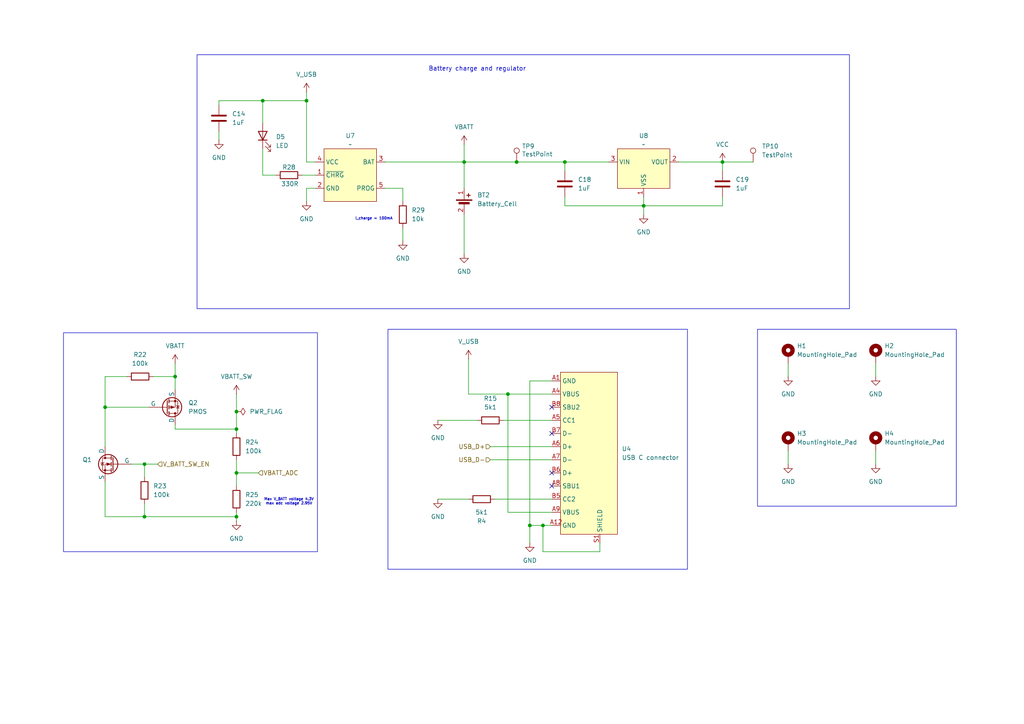
<source format=kicad_sch>
(kicad_sch (version 20231120) (generator "eeschema") (generator_version "8.0")
  (paper "A4")
  (lib_symbols
    (symbol "Connector:TestPoint" (pin_numbers hide) (pin_names (offset 0.762) hide)
      (property "Reference" "TP" (at 0 6.858 0))
      (property "Value" "TestPoint" (at 0 5.08 0))
      (symbol "TestPoint_0_1"
        (circle (center 0 3.302) (radius 0.762))
      )
      (symbol "TestPoint_1_1"
        (pin passive line (at 0 0 90) (length 2.54) (name "1") (number "1"))
      )
    )
    (symbol "Device:Battery_Cell" (pin_names (offset 0) hide)
      (property "Reference" "BT1" (at 3.81 3.1116 0))
      (property "Value" "Battery_Cell" (at 3.81 0.5716 0))
      (symbol "Battery_Cell_0_1"
        (rectangle (start -2.286 1.778) (end 2.286 1.524) (fill (type outline)))
        (rectangle (start -1.524 1.016) (end 1.524 0.508) (fill (type outline)))
        (polyline (pts (xy 0 0.762) (xy 0 0)))
        (polyline (pts (xy 0 1.778) (xy 0 2.54)))
        (polyline (pts (xy 0.762 3.048) (xy 1.778 3.048)) (stroke (width 0.254)))
        (polyline (pts (xy 1.27 3.556) (xy 1.27 2.54)) (stroke (width 0.254)))
      )
      (symbol "Battery_Cell_1_1"
        (pin passive line (at 0 5.08 270) (length 2.54) (name "+") (number "1"))
        (pin passive line (at 0 -2.54 90) (length 2.54) (name "-") (number "2"))
      )
    )
    (symbol "Device:C" (pin_numbers hide) (pin_names (offset 0.254))
      (property "Reference" "C" (at 0.635 2.54 0))
      (property "Value" "C" (at 0.635 -2.54 0))
      (symbol "C_0_1"
        (polyline (pts (xy -2.032 -0.762) (xy 2.032 -0.762)) (stroke (width 0.508)))
        (polyline (pts (xy -2.032 0.762) (xy 2.032 0.762)) (stroke (width 0.508)))
      )
      (symbol "C_1_1"
        (pin passive line (at 0 3.81 270) (length 2.794) (name "~") (number "1"))
        (pin passive line (at 0 -3.81 90) (length 2.794) (name "~") (number "2"))
      )
    )
    (symbol "Device:LED" (pin_numbers hide) (pin_names (offset 1.016) hide)
      (property "Reference" "D" (at 0 2.54 0))
      (property "Value" "LED" (at 0 -2.54 0))
      (symbol "LED_0_1"
        (polyline (pts (xy -1.27 -1.27) (xy -1.27 1.27)) (stroke (width 0.254)))
        (polyline (pts (xy -1.27 0) (xy 1.27 0)))
        (polyline (pts (xy 1.27 -1.27) (xy 1.27 1.27) (xy -1.27 0) (xy 1.27 -1.27)) (stroke (width 0.254)))
        (polyline (pts (xy -3.048 -0.762) (xy -4.572 -2.286) (xy -3.81 -2.286) (xy -4.572 -2.286) (xy -4.572 -1.524)))
        (polyline (pts (xy -1.778 -0.762) (xy -3.302 -2.286) (xy -2.54 -2.286) (xy -3.302 -2.286) (xy -3.302 -1.524)))
      )
      (symbol "LED_1_1"
        (pin passive line (at -3.81 0 0) (length 2.54) (name "K") (number "1"))
        (pin passive line (at 3.81 0 180) (length 2.54) (name "A") (number "2"))
      )
    )
    (symbol "Device:R" (pin_numbers hide) (pin_names (offset 0))
      (property "Reference" "R" (at 2.032 0 90))
      (property "Value" "R" (at 0 0 90))
      (symbol "R_0_1"
        (rectangle (start -1.016 -2.54) (end 1.016 2.54) (stroke (width 0.254)))
      )
      (symbol "R_1_1"
        (pin passive line (at 0 3.81 270) (length 1.27) (name "~") (number "1"))
        (pin passive line (at 0 -3.81 90) (length 1.27) (name "~") (number "2"))
      )
    )
    (symbol "Mechanical:MountingHole_Pad" (pin_numbers hide) (pin_names (offset 1.016) hide) (exclude_from_sim yes) (in_bom no)
      (property "Reference" "H" (at 0 6.35 0))
      (property "Value" "MountingHole_Pad" (at 0 4.445 0))
      (symbol "MountingHole_Pad_0_1"
        (circle (center 0 1.27) (radius 1.27) (stroke (width 1.27)))
      )
      (symbol "MountingHole_Pad_1_1"
        (pin input line (at 0 -2.54 90) (length 2.54) (name "1") (number "1"))
      )
    )
    (symbol "New_Library:TP4054"
      (property "Reference" "U" (at 0.508 4.064 0))
      (symbol "TP4054_1_1"
        (rectangle (start -3.81 -1.27) (end 11.43 -16.51) (fill (type background)))
        (pin input line (at -6.35 -8.89 0) (length 2.54) (name "~{CHRG}") (number "1"))
        (pin power_in line (at -6.35 -12.7 0) (length 2.54) (name "GND") (number "2"))
        (pin power_out line (at 13.97 -5.08 180) (length 2.54) (name "BAT") (number "3"))
        (pin power_in line (at -6.35 -5.08 0) (length 2.54) (name "VCC") (number "4"))
        (pin input line (at 13.97 -12.7 180) (length 2.54) (name "PROG") (number "5"))
      )
    )
    (symbol "New_Library:USB_C"
      (property "Reference" "U" (at 0 8.89 0))
      (property "Value" "USB C connector" (at 0 0 0))
      (symbol "USB_C_1_1"
        (rectangle (start -5.08 7.62) (end 11.43 -39.37) (fill (type background)))
        (pin power_out line (at -7.62 5.08 0) (length 2.54) (name "GND") (number "A1"))
        (pin power_in line (at -7.62 -36.83 0) (length 2.54) (name "GND") (number "A12"))
        (pin power_out line (at -7.62 1.27 0) (length 2.54) (name "VBUS") (number "A4"))
        (pin input line (at -7.62 -6.35 0) (length 2.54) (name "CC1") (number "A5"))
        (pin input line (at -7.62 -13.97 0) (length 2.54) (name "D+") (number "A6"))
        (pin input line (at -7.62 -17.78 0) (length 2.54) (name "D-") (number "A7"))
        (pin input line (at -7.62 -25.4 0) (length 2.54) (name "SBU1") (number "A8"))
        (pin power_in line (at -7.62 -33.02 0) (length 2.54) (name "VBUS") (number "A9"))
        (pin input line (at -7.62 -29.21 0) (length 2.54) (name "CC2") (number "B5"))
        (pin input line (at -7.62 -21.59 0) (length 2.54) (name "D+") (number "B6"))
        (pin input line (at -7.62 -10.16 0) (length 2.54) (name "D-") (number "B7"))
        (pin input line (at -7.62 -2.54 0) (length 2.54) (name "SBU2") (number "B8"))
        (pin input line (at 6.35 -41.91 90) (length 2.54) (name "SHIELD") (number "S1"))
      )
    )
    (symbol "New_Library:XC6206P332MR-G"
      (property "Reference" "U" (at -3.81 6.35 0))
      (symbol "XC6206P332MR-G_1_1"
        (rectangle (start -7.62 5.08) (end 7.62 -6.35) (fill (type background)))
        (pin power_in line (at 0 -8.89 90) (length 2.54) (name "VSS") (number "1"))
        (pin power_out line (at 10.16 1.27 180) (length 2.54) (name "VOUT") (number "2"))
        (pin power_in line (at -10.16 1.27 0) (length 2.54) (name "VIN") (number "3"))
      )
    )
    (symbol "Simulation_SPICE:NMOS" (pin_numbers hide) (pin_names (offset 0))
      (property "Reference" "Q1" (at 6.35 1.2701 0))
      (symbol "NMOS_0_1"
        (polyline (pts (xy 0.254 0) (xy -2.54 0)))
        (polyline (pts (xy 0.254 1.905) (xy 0.254 -1.905)) (stroke (width 0.254)))
        (polyline (pts (xy 0.762 -1.27) (xy 0.762 -2.286)) (stroke (width 0.254)))
        (polyline (pts (xy 0.762 0.508) (xy 0.762 -0.508)) (stroke (width 0.254)))
        (polyline (pts (xy 0.762 2.286) (xy 0.762 1.27)) (stroke (width 0.254)))
        (polyline (pts (xy 2.54 2.54) (xy 2.54 1.778)))
        (polyline (pts (xy 2.54 -2.54) (xy 2.54 0) (xy 0.762 0)))
        (polyline (pts (xy 0.762 -1.778) (xy 3.302 -1.778) (xy 3.302 1.778) (xy 0.762 1.778)))
        (polyline (pts (xy 1.016 0) (xy 2.032 0.381) (xy 2.032 -0.381) (xy 1.016 0)) (fill (type outline)))
        (polyline (pts (xy 2.794 0.508) (xy 2.921 0.381) (xy 3.683 0.381) (xy 3.81 0.254)))
        (polyline (pts (xy 3.302 0.381) (xy 2.921 -0.254) (xy 3.683 -0.254) (xy 3.302 0.381)))
        (circle (center 1.651 0) (radius 2.794) (stroke (width 0.254)))
        (circle (center 2.54 -1.778) (radius 0.254) (fill (type outline)))
        (circle (center 2.54 1.778) (radius 0.254) (fill (type outline)))
      )
      (symbol "NMOS_1_1"
        (pin input line (at -5.08 0 0) (length 2.54) (name "G") (number "1"))
        (pin passive line (at 2.54 -5.08 90) (length 2.54) (name "S") (number "2"))
        (pin passive line (at 2.54 5.08 270) (length 2.54) (name "D") (number "3"))
      )
    )
    (symbol "Simulation_SPICE:PMOS" (pin_numbers hide) (pin_names (offset 0))
      (property "Reference" "Q2" (at 6.35 -1.2701 0))
      (property "Value" "PMOS" (at 6.35 1.2699 0))
      (symbol "PMOS_0_1"
        (polyline (pts (xy 0.254 0) (xy -2.54 0)))
        (polyline (pts (xy 0.254 1.905) (xy 0.254 -1.905)) (stroke (width 0.254)))
        (polyline (pts (xy 0.762 -1.27) (xy 0.762 -2.286)) (stroke (width 0.254)))
        (polyline (pts (xy 0.762 0.508) (xy 0.762 -0.508)) (stroke (width 0.254)))
        (polyline (pts (xy 0.762 2.286) (xy 0.762 1.27)) (stroke (width 0.254)))
        (polyline (pts (xy 2.54 2.54) (xy 2.54 1.778)))
        (polyline (pts (xy 2.54 -2.54) (xy 2.54 0) (xy 0.762 0)))
        (polyline (pts (xy 0.762 1.778) (xy 3.302 1.778) (xy 3.302 -1.778) (xy 0.762 -1.778)))
        (polyline (pts (xy 2.286 0) (xy 1.27 0.381) (xy 1.27 -0.381) (xy 2.286 0)) (fill (type outline)))
        (polyline (pts (xy 2.794 -0.508) (xy 2.921 -0.381) (xy 3.683 -0.381) (xy 3.81 -0.254)))
        (polyline (pts (xy 3.302 -0.381) (xy 2.921 0.254) (xy 3.683 0.254) (xy 3.302 -0.381)))
        (circle (center 1.651 0) (radius 2.794) (stroke (width 0.254)))
        (circle (center 2.54 -1.778) (radius 0.254) (fill (type outline)))
        (circle (center 2.54 1.778) (radius 0.254) (fill (type outline)))
      )
      (symbol "PMOS_1_1"
        (pin input line (at -5.08 0 0) (length 2.54) (name "G") (number "1"))
        (pin passive line (at 2.54 -5.08 90) (length 2.54) (name "S") (number "2"))
        (pin passive line (at 2.54 5.08 270) (length 2.54) (name "D") (number "3"))
      )
    )
    (symbol "power:GND" (power) (pin_numbers hide) (pin_names (offset 0) hide)
      (property "Value" "GND" (at 0 -3.81 0))
      (symbol "GND_0_1"
        (polyline (pts (xy 0 0) (xy 0 -1.27) (xy 1.27 -1.27) (xy 0 -2.54) (xy -1.27 -1.27) (xy 0 -1.27)))
      )
      (symbol "GND_1_1"
        (pin power_in line (at 0 0 270) (length 0) (name "~") (number "1"))
      )
    )
    (symbol "power:PWR_FLAG" (power) (pin_numbers hide) (pin_names (offset 0) hide)
      (property "Value" "PWR_FLAG" (at 0 3.81 0))
      (symbol "PWR_FLAG_0_0"
        (pin power_out line (at 0 0 90) (length 0) (name "~") (number "1"))
      )
      (symbol "PWR_FLAG_0_1"
        (polyline (pts (xy 0 0) (xy 0 1.27) (xy -1.016 1.905) (xy 0 2.54) (xy 1.016 1.905) (xy 0 1.27)))
      )
    )
    (symbol "power:VBUS" (power) (pin_numbers hide) (pin_names (offset 0) hide)
      (property "Value" "VBUS" (at 0 3.556 0))
      (symbol "VBUS_0_1"
        (polyline (pts (xy -0.762 1.27) (xy 0 2.54)))
        (polyline (pts (xy 0 0) (xy 0 2.54)))
        (polyline (pts (xy 0 2.54) (xy 0.762 1.27)))
      )
      (symbol "VBUS_1_1"
        (pin power_in line (at 0 0 90) (length 0) (name "~") (number "1"))
      )
    )
    (symbol "power:VCC" (power) (pin_numbers hide) (pin_names (offset 0) hide)
      (property "Value" "VCC" (at 0 3.556 0))
      (symbol "VCC_0_1"
        (polyline (pts (xy -0.762 1.27) (xy 0 2.54)))
        (polyline (pts (xy 0 0) (xy 0 2.54)))
        (polyline (pts (xy 0 2.54) (xy 0.762 1.27)))
      )
      (symbol "VCC_1_1"
        (pin power_in line (at 0 0 90) (length 0) (name "~") (number "1"))
      )
    )
  )
  (junction (at 88.9 29.21))
  (junction (at 68.58 137.16))
  (junction (at 68.58 124.46))
  (junction (at 153.67 152.4))
  (junction (at 68.58 149.86))
  (junction (at 41.91 134.62))
  (junction (at 41.91 149.86))
  (junction (at 76.2 29.21))
  (junction (at 147.32 114.3))
  (junction (at 157.48 152.4))
  (junction (at 209.55 46.99))
  (junction (at 30.48 118.11))
  (junction (at 163.83 46.99))
  (junction (at 68.58 119.38))
  (junction (at 50.8 109.22))
  (junction (at 134.62 46.99))
  (junction (at 149.86 46.99))
  (junction (at 186.69 59.69))
  (no_connect (at 160.02 140.97))
  (no_connect (at 160.02 118.11))
  (no_connect (at 160.02 137.16))
  (no_connect (at 160.02 125.73))
  (wire (pts (xy 153.67 110.49) (xy 160.02 110.49)))
  (wire (pts (xy 147.32 114.3) (xy 160.02 114.3)))
  (wire (pts (xy 135.89 114.3) (xy 147.32 114.3)))
  (wire (pts (xy 30.48 149.86) (xy 41.91 149.86)))
  (wire (pts (xy 143.51 144.78) (xy 160.02 144.78)))
  (wire (pts (xy 76.2 29.21) (xy 63.5 29.21)))
  (wire (pts (xy 186.69 57.15) (xy 186.69 59.69)))
  (wire (pts (xy 186.69 59.69) (xy 186.69 62.23)))
  (wire (pts (xy 50.8 123.19) (xy 50.8 124.46)))
  (wire (pts (xy 209.55 57.15) (xy 209.55 59.69)))
  (wire (pts (xy 163.83 46.99) (xy 176.53 46.99)))
  (wire (pts (xy 68.58 119.38) (xy 68.58 124.46)))
  (wire (pts (xy 127 144.78) (xy 135.89 144.78)))
  (wire (pts (xy 50.8 124.46) (xy 68.58 124.46)))
  (wire (pts (xy 68.58 137.16) (xy 68.58 140.97)))
  (wire (pts (xy 153.67 110.49) (xy 153.67 152.4)))
  (wire (pts (xy 149.86 46.99) (xy 163.83 46.99)))
  (wire (pts (xy 209.55 59.69) (xy 186.69 59.69)))
  (wire (pts (xy 134.62 41.91) (xy 134.62 46.99)))
  (wire (pts (xy 116.84 54.61) (xy 116.84 58.42)))
  (wire (pts (xy 153.67 152.4) (xy 153.67 157.48)))
  (wire (pts (xy 36.83 109.22) (xy 30.48 109.22)))
  (wire (pts (xy 173.99 157.48) (xy 173.99 160.02)))
  (wire (pts (xy 163.83 46.99) (xy 163.83 49.53)))
  (wire (pts (xy 30.48 139.7) (xy 30.48 149.86)))
  (wire (pts (xy 116.84 66.04) (xy 116.84 69.85)))
  (wire (pts (xy 76.2 43.18) (xy 76.2 50.8)))
  (wire (pts (xy 50.8 105.41) (xy 50.8 109.22)))
  (wire (pts (xy 41.91 134.62) (xy 41.91 138.43)))
  (wire (pts (xy 41.91 134.62) (xy 45.72 134.62)))
  (wire (pts (xy 68.58 133.35) (xy 68.58 137.16)))
  (wire (pts (xy 111.76 46.99) (xy 134.62 46.99)))
  (wire (pts (xy 44.45 109.22) (xy 50.8 109.22)))
  (wire (pts (xy 68.58 137.16) (xy 74.93 137.16)))
  (wire (pts (xy 41.91 146.05) (xy 41.91 149.86)))
  (wire (pts (xy 88.9 29.21) (xy 88.9 46.99)))
  (wire (pts (xy 87.63 50.8) (xy 91.44 50.8)))
  (wire (pts (xy 254 130.81) (xy 254 134.62)))
  (wire (pts (xy 111.76 54.61) (xy 116.84 54.61)))
  (wire (pts (xy 68.58 114.3) (xy 68.58 119.38)))
  (wire (pts (xy 30.48 118.11) (xy 43.18 118.11)))
  (wire (pts (xy 41.91 149.86) (xy 68.58 149.86)))
  (wire (pts (xy 209.55 46.99) (xy 218.44 46.99)))
  (wire (pts (xy 68.58 148.59) (xy 68.58 149.86)))
  (wire (pts (xy 173.99 160.02) (xy 157.48 160.02)))
  (wire (pts (xy 63.5 29.21) (xy 63.5 30.48)))
  (wire (pts (xy 91.44 54.61) (xy 88.9 54.61)))
  (wire (pts (xy 134.62 62.23) (xy 134.62 73.66)))
  (wire (pts (xy 153.67 152.4) (xy 157.48 152.4)))
  (wire (pts (xy 68.58 149.86) (xy 68.58 151.13)))
  (wire (pts (xy 134.62 46.99) (xy 149.86 46.99)))
  (wire (pts (xy 63.5 38.1) (xy 63.5 40.64)))
  (wire (pts (xy 76.2 29.21) (xy 76.2 35.56)))
  (wire (pts (xy 38.1 134.62) (xy 41.91 134.62)))
  (wire (pts (xy 76.2 50.8) (xy 80.01 50.8)))
  (wire (pts (xy 209.55 46.99) (xy 209.55 49.53)))
  (wire (pts (xy 146.05 121.92) (xy 160.02 121.92)))
  (wire (pts (xy 147.32 148.59) (xy 160.02 148.59)))
  (wire (pts (xy 88.9 54.61) (xy 88.9 58.42)))
  (wire (pts (xy 228.6 105.41) (xy 228.6 109.22)))
  (wire (pts (xy 50.8 109.22) (xy 50.8 113.03)))
  (wire (pts (xy 228.6 130.81) (xy 228.6 134.62)))
  (wire (pts (xy 127 121.92) (xy 138.43 121.92)))
  (wire (pts (xy 88.9 26.67) (xy 88.9 29.21)))
  (wire (pts (xy 196.85 46.99) (xy 209.55 46.99)))
  (wire (pts (xy 88.9 46.99) (xy 91.44 46.99)))
  (wire (pts (xy 163.83 59.69) (xy 186.69 59.69)))
  (wire (pts (xy 157.48 160.02) (xy 157.48 152.4)))
  (wire (pts (xy 76.2 29.21) (xy 88.9 29.21)))
  (wire (pts (xy 142.24 133.35) (xy 160.02 133.35)))
  (wire (pts (xy 30.48 109.22) (xy 30.48 118.11)))
  (wire (pts (xy 30.48 118.11) (xy 30.48 129.54)))
  (wire (pts (xy 134.62 46.99) (xy 134.62 54.61)))
  (wire (pts (xy 68.58 124.46) (xy 68.58 125.73)))
  (wire (pts (xy 254 105.41) (xy 254 109.22)))
  (wire (pts (xy 147.32 114.3) (xy 147.32 148.59)))
  (wire (pts (xy 157.48 152.4) (xy 160.02 152.4)))
  (wire (pts (xy 142.24 129.54) (xy 160.02 129.54)))
  (wire (pts (xy 135.89 104.14) (xy 135.89 114.3)))
  (wire (pts (xy 163.83 57.15) (xy 163.83 59.69)))
  (rectangle (start 219.71 95.504) (end 277.368 146.812))
  (rectangle (start 57.15 15.875) (end 246.38 89.535))
  (rectangle (start 112.522 95.504) (end 199.39 165.1))
  (rectangle (start 18.415 96.52) (end 92.075 160.02))
  (text "I_charge = 100mA\n" (at 108.458 63.5 0) (effects (font (size 0.762 0.762))))
  (text "Max V_BATT voltage 4.3V\nmax adc voltage 2.95V" (at 83.82 145.542 0) (effects (font (size 0.762 0.762))))
  (text "Battery charge and regulator" (at 138.43 20.066 0) (effects (font (size 1.27 1.27))))
  (hierarchical_label "USB_D-" (shape input) (at 142.24 133.35 180))
  (hierarchical_label "VBATT_ADC" (shape input) (at 74.93 137.16 0))
  (hierarchical_label "USB_D+" (shape input) (at 142.24 129.54 180))
  (hierarchical_label "V_BATT_SW_EN" (shape input) (at 45.72 134.62 0))
  (symbol (lib_id "power:GND") (at 116.84 69.85 0) (unit 1)
    (property "Reference" "#PWR43" (effects (hide yes)))
    (property "Value" "GND" (at 116.84 74.93 0))
    (property "Description" "Power symbol creates a global label with name \"GND\" , ground" (effects (hide yes)))
  )
  (symbol (lib_id "Mechanical:MountingHole_Pad") (at 254 128.27 0) (unit 1) (exclude_from_sim yes) (in_bom no)
    (property "Reference" "H4" (at 256.54 125.7299 0) (effects (justify left)))
    (property "Value" "MountingHole_Pad" (at 256.54 128.2699 0) (effects (justify left)))
    (property "Footprint" "MountingHole:MountingHole_2.2mm_M2_ISO7380_Pad" (effects (hide yes)))
    (property "Description" "Mounting Hole with connection" (effects (hide yes)))
  )
  (symbol (lib_id "power:GND") (at 127 144.78 0) (unit 1)
    (property "Reference" "#PWR1" (effects (hide yes)))
    (property "Value" "GND" (at 127 149.86 0))
    (property "Description" "Power symbol creates a global label with name \"GND\" , ground" (effects (hide yes)))
  )
  (symbol (lib_id "Simulation_SPICE:NMOS") (at 33.02 134.62 0) (mirror y) (unit 1)
    (property "Reference" "Q1" (at 26.67 133.3499 0) (effects (justify left)))
    (property "Value" "NMOS" (effects (hide yes)))
    (property "Footprint" "Package_TO_SOT_SMD:SOT-23_Handsoldering" (effects (hide yes)))
    (property "Datasheet" "https://www.lcsc.com/product-detail/MOSFETs_FOSAN-AO3400_C20628874.html" (effects (hide yes)))
    (property "Description" "N-MOSFET transistor, drain/source/gate" (effects (hide yes)))
    (property "Sim.Device" "NMOS" (effects (hide yes)))
    (property "Sim.Type" "VDMOS" (effects (hide yes)))
  )
  (symbol (lib_id "power:VCC") (at 68.58 114.3 0) (unit 1)
    (property "Reference" "#PWR22" (effects (hide yes)))
    (property "Value" "VBATT_SW" (at 68.58 109.22 0))
    (property "Description" "Power symbol creates a global label with name \"VCC\"" (effects (hide yes)))
  )
  (symbol (lib_id "Device:R") (at 142.24 121.92 90) (unit 1)
    (property "Reference" "R15" (at 142.24 115.57 90))
    (property "Value" "5k1" (at 142.24 118.11 90))
    (property "Footprint" "Resistor_SMD:R_0402_1005Metric" (effects (hide yes)))
    (property "Description" "Resistor" (effects (hide yes)))
  )
  (symbol (lib_id "power:GND") (at 68.58 151.13 0) (unit 1)
    (property "Reference" "#PWR23" (effects (hide yes)))
    (property "Value" "GND" (at 68.58 156.21 0))
    (property "Description" "Power symbol creates a global label with name \"GND\" , ground" (effects (hide yes)))
  )
  (symbol (lib_id "power:PWR_FLAG") (at 68.58 119.38 270) (unit 1)
    (property "Reference" "#FLG3" (effects (hide yes)))
    (property "Value" "PWR_FLAG" (at 72.39 119.3799 90) (effects (justify left)))
    (property "Description" "Special symbol for telling ERC where power comes from" (effects (hide yes)))
  )
  (symbol (lib_id "Device:R") (at 41.91 142.24 0) (unit 1)
    (property "Reference" "R23" (at 44.45 140.9699 0) (effects (justify left)))
    (property "Value" "100k" (at 44.45 143.5099 0) (effects (justify left)))
    (property "Footprint" "Resistor_SMD:R_0402_1005Metric" (effects (hide yes)))
    (property "Description" "Resistor" (effects (hide yes)))
  )
  (symbol (lib_id "power:GND") (at 153.67 157.48 0) (unit 1)
    (property "Reference" "#PWR2" (effects (hide yes)))
    (property "Value" "GND" (at 153.67 162.56 0))
    (property "Description" "Power symbol creates a global label with name \"GND\" , ground" (effects (hide yes)))
  )
  (symbol (lib_id "Device:LED") (at 76.2 39.37 90) (unit 1)
    (property "Reference" "D5" (at 80.01 39.6874 90) (effects (justify right)))
    (property "Value" "LED" (at 80.01 42.2274 90) (effects (justify right)))
    (property "Footprint" "LED_SMD:LED_0603_1608Metric_Pad1.05x0.95mm_HandSolder" (effects (hide yes)))
    (property "Description" "Light emitting diode" (effects (hide yes)))
  )
  (symbol (lib_id "Mechanical:MountingHole_Pad") (at 254 102.87 0) (unit 1) (exclude_from_sim yes) (in_bom no)
    (property "Reference" "H2" (at 256.54 100.3299 0) (effects (justify left)))
    (property "Value" "MountingHole_Pad" (at 256.54 102.8699 0) (effects (justify left)))
    (property "Footprint" "MountingHole:MountingHole_2.2mm_M2_ISO7380_Pad" (effects (hide yes)))
    (property "Description" "Mounting Hole with connection" (effects (hide yes)))
  )
  (symbol (lib_id "New_Library:XC6206P332MR-G") (at 186.69 48.26 0) (unit 1)
    (property "Reference" "U8" (at 186.69 39.37 0))
    (property "Value" "~" (at 186.69 41.91 0))
    (property "Footprint" "Package_TO_SOT_SMD:SOT-23" (effects (hide yes)))
    (property "Datasheet" "https://www.lcsc.com/product-detail/Voltage-Regulators-Linear-Low-Drop-Out-LDO-Regulators_Torex-Semicon-XC6206P332MR-G_C5446.html" (effects (hide yes)))
  )
  (symbol (lib_id "power:VBUS") (at 135.89 104.14 0) (unit 1)
    (property "Reference" "#PWR31" (effects (hide yes)))
    (property "Value" "V_USB" (at 135.89 99.06 0))
  )
  (symbol (lib_id "Simulation_SPICE:PMOS") (at 48.26 118.11 0) (mirror x) (unit 1)
    (property "Reference" "Q2" (at 54.61 116.8399 0) (effects (justify left)))
    (property "Value" "PMOS" (at 54.61 119.3799 0) (effects (justify left)))
    (property "Footprint" "Package_TO_SOT_SMD:SOT-23_Handsoldering" (effects (hide yes)))
    (property "Datasheet" "https://www.lcsc.com/product-detail/MOSFETs_MDD-Microdiode-Semiconductor-AO3415_C840839.html" (effects (hide yes)))
    (property "Description" "P-MOSFET transistor, drain/source/gate" (effects (hide yes)))
    (property "Sim.Device" "PMOS" (effects (hide yes)))
    (property "Sim.Type" "VDMOS" (effects (hide yes)))
  )
  (symbol (lib_id "power:VCC") (at 209.55 46.99 0) (unit 1)
    (property "Reference" "#PWR47" (effects (hide yes)))
    (property "Value" "VCC" (at 209.55 41.91 0))
    (property "Description" "Power symbol creates a global label with name \"VCC\"" (effects (hide yes)))
  )
  (symbol (lib_id "power:GND") (at 134.62 73.66 0) (unit 1)
    (property "Reference" "#PWR45" (effects (hide yes)))
    (property "Value" "GND" (at 134.62 78.74 0))
    (property "Description" "Power symbol creates a global label with name \"GND\" , ground" (effects (hide yes)))
  )
  (symbol (lib_id "Device:R") (at 68.58 129.54 0) (unit 1)
    (property "Reference" "R24" (at 71.12 128.2699 0) (effects (justify left)))
    (property "Value" "100k" (at 71.12 130.8099 0) (effects (justify left)))
    (property "Footprint" "Resistor_SMD:R_0402_1005Metric" (effects (hide yes)))
    (property "Description" "Resistor" (effects (hide yes)))
  )
  (symbol (lib_id "Device:R") (at 68.58 144.78 0) (unit 1)
    (property "Reference" "R25" (at 71.12 143.5099 0) (effects (justify left)))
    (property "Value" "220k" (at 71.12 146.0499 0) (effects (justify left)))
    (property "Footprint" "Resistor_SMD:R_0402_1005Metric" (effects (hide yes)))
    (property "Description" "Resistor" (effects (hide yes)))
  )
  (symbol (lib_id "power:GND") (at 228.6 134.62 0) (unit 1)
    (property "Reference" "#PWR13" (effects (hide yes)))
    (property "Value" "GND" (at 228.6 139.7 0))
    (property "Description" "Power symbol creates a global label with name \"GND\" , ground" (effects (hide yes)))
  )
  (symbol (lib_id "Device:C") (at 209.55 53.34 0) (unit 1)
    (property "Reference" "C19" (at 213.36 52.0699 0) (effects (justify left)))
    (property "Value" "1uF" (at 213.36 54.6099 0) (effects (justify left)))
    (property "Footprint" "Capacitor_SMD:C_0603_1608Metric" (effects (hide yes)))
    (property "Description" "Unpolarized capacitor" (effects (hide yes)))
  )
  (symbol (lib_id "New_Library:TP4054") (at 97.79 41.91 0) (unit 1)
    (property "Reference" "U7" (at 101.6 39.37 0))
    (property "Value" "~" (at 101.6 41.91 0))
    (property "Footprint" "Package_TO_SOT_SMD:SOT-23-5" (effects (hide yes)))
    (property "Datasheet" "https://www.lcsc.com/product-detail/Battery-Management_TOPPOWER-Nanjing-Extension-Microelectronics-TP4054-42-SOT25R_C32574.html?s_z=n_tp4054" (effects (hide yes)))
  )
  (symbol (lib_id "power:VCC") (at 50.8 105.41 0) (unit 1)
    (property "Reference" "#PWR21" (effects (hide yes)))
    (property "Value" "VBATT" (at 50.8 100.33 0))
    (property "Description" "Power symbol creates a global label with name \"VCC\"" (effects (hide yes)))
  )
  (symbol (lib_id "Device:C") (at 63.5 34.29 0) (unit 1)
    (property "Reference" "C14" (at 67.31 33.0199 0) (effects (justify left)))
    (property "Value" "1uF" (at 67.31 35.5599 0) (effects (justify left)))
    (property "Footprint" "Capacitor_SMD:C_0603_1608Metric" (effects (hide yes)))
    (property "Description" "Unpolarized capacitor" (effects (hide yes)))
  )
  (symbol (lib_id "Device:R") (at 83.82 50.8 90) (unit 1)
    (property "Reference" "R28" (at 83.82 48.514 90))
    (property "Value" "330R" (at 84.074 53.34 90))
    (property "Footprint" "Resistor_SMD:R_0402_1005Metric" (effects (hide yes)))
    (property "Description" "Resistor" (effects (hide yes)))
  )
  (symbol (lib_id "power:GND") (at 186.69 62.23 0) (unit 1)
    (property "Reference" "#PWR46" (effects (hide yes)))
    (property "Value" "GND" (at 186.69 67.31 0))
    (property "Description" "Power symbol creates a global label with name \"GND\" , ground" (effects (hide yes)))
  )
  (symbol (lib_id "Connector:TestPoint") (at 218.44 46.99 0) (unit 1)
    (property "Reference" "TP10" (at 220.98 42.4179 0) (effects (justify left)))
    (property "Value" "TestPoint" (at 220.98 44.9579 0) (effects (justify left)))
    (property "Footprint" "TestPoint:TestPoint_Pad_D1.0mm" (effects (hide yes)))
    (property "Description" "test point" (effects (hide yes)))
  )
  (symbol (lib_id "power:GND") (at 63.5 40.64 0) (unit 1)
    (property "Reference" "#PWR33" (effects (hide yes)))
    (property "Value" "GND" (at 63.5 45.72 0))
    (property "Description" "Power symbol creates a global label with name \"GND\" , ground" (effects (hide yes)))
  )
  (symbol (lib_id "power:GND") (at 228.6 109.22 0) (unit 1)
    (property "Reference" "#PWR10" (effects (hide yes)))
    (property "Value" "GND" (at 228.6 114.3 0))
    (property "Description" "Power symbol creates a global label with name \"GND\" , ground" (effects (hide yes)))
  )
  (symbol (lib_id "Device:Battery_Cell") (at 134.62 59.69 0) (unit 1)
    (property "Reference" "BT2" (at 138.43 56.5784 0) (effects (justify left)))
    (property "Value" "Battery_Cell" (at 138.43 59.1184 0) (effects (justify left)))
    (property "Footprint" "symbol_lib:battery_th" (effects (hide yes)))
    (property "Description" "Single-cell battery" (effects (hide yes)))
  )
  (symbol (lib_id "Device:R") (at 40.64 109.22 90) (unit 1)
    (property "Reference" "R22" (at 40.64 102.87 90))
    (property "Value" "100k" (at 40.64 105.41 90))
    (property "Footprint" "Resistor_SMD:R_0402_1005Metric" (effects (hide yes)))
    (property "Description" "Resistor" (effects (hide yes)))
  )
  (symbol (lib_id "Connector:TestPoint") (at 149.86 46.99 0) (unit 1)
    (property "Reference" "TP9" (at 151.384 42.418 0) (effects (justify left)))
    (property "Value" "TestPoint" (at 151.384 44.704 0) (effects (justify left)))
    (property "Footprint" "TestPoint:TestPoint_Pad_D1.0mm" (effects (hide yes)))
    (property "Description" "test point" (effects (hide yes)))
  )
  (symbol (lib_id "power:GND") (at 254 109.22 0) (unit 1)
    (property "Reference" "#PWR12" (effects (hide yes)))
    (property "Value" "GND" (at 254 114.3 0))
    (property "Description" "Power symbol creates a global label with name \"GND\" , ground" (effects (hide yes)))
  )
  (symbol (lib_id "Device:R") (at 116.84 62.23 0) (unit 1)
    (property "Reference" "R29" (at 119.38 60.9599 0) (effects (justify left)))
    (property "Value" "10k" (at 119.38 63.4999 0) (effects (justify left)))
    (property "Footprint" "Resistor_SMD:R_0402_1005Metric" (effects (hide yes)))
    (property "Description" "Resistor" (effects (hide yes)))
  )
  (symbol (lib_id "New_Library:USB_C") (at 167.64 115.57 0) (unit 1)
    (property "Reference" "U4" (at 180.34 130.1749 0) (effects (justify left)))
    (property "Value" "USB C connector" (at 180.34 132.7149 0) (effects (justify left)))
    (property "Footprint" "symbol_lib:my_usbc" (effects (hide yes)))
    (property "Datasheet" "https://www.lcsc.com/product-detail/USB-Connectors_Korean-Hroparts-Elec-TYPE-C-31-M-12_C165948.html" (effects (hide yes)))
  )
  (symbol (lib_id "power:GND") (at 88.9 58.42 0) (unit 1)
    (property "Reference" "#PWR42" (effects (hide yes)))
    (property "Value" "GND" (at 88.9 63.5 0))
    (property "Description" "Power symbol creates a global label with name \"GND\" , ground" (effects (hide yes)))
  )
  (symbol (lib_id "power:VBUS") (at 88.9 26.67 0) (unit 1)
    (property "Reference" "#PWR35" (effects (hide yes)))
    (property "Value" "V_USB" (at 88.9 21.59 0))
  )
  (symbol (lib_id "Device:R") (at 139.7 144.78 270) (unit 1)
    (property "Reference" "R4" (at 139.7 151.13 90))
    (property "Value" "5k1" (at 139.7 148.59 90))
    (property "Footprint" "Resistor_SMD:R_0402_1005Metric" (effects (hide yes)))
    (property "Description" "Resistor" (effects (hide yes)))
  )
  (symbol (lib_id "Device:C") (at 163.83 53.34 0) (unit 1)
    (property "Reference" "C18" (at 167.64 52.0699 0) (effects (justify left)))
    (property "Value" "1uF" (at 167.64 54.6099 0) (effects (justify left)))
    (property "Footprint" "Capacitor_SMD:C_0603_1608Metric" (effects (hide yes)))
    (property "Description" "Unpolarized capacitor" (effects (hide yes)))
  )
  (symbol (lib_id "Mechanical:MountingHole_Pad") (at 228.6 102.87 0) (unit 1) (exclude_from_sim yes) (in_bom no)
    (property "Reference" "H1" (at 231.14 100.3299 0) (effects (justify left)))
    (property "Value" "MountingHole_Pad" (at 231.14 102.8699 0) (effects (justify left)))
    (property "Footprint" "MountingHole:MountingHole_2.2mm_M2_ISO7380_Pad" (effects (hide yes)))
    (property "Description" "Mounting Hole with connection" (effects (hide yes)))
  )
  (symbol (lib_id "power:GND") (at 127 121.92 0) (unit 1)
    (property "Reference" "#PWR29" (effects (hide yes)))
    (property "Value" "GND" (at 127 127 0))
    (property "Description" "Power symbol creates a global label with name \"GND\" , ground" (effects (hide yes)))
  )
  (symbol (lib_id "power:GND") (at 254 134.62 0) (unit 1)
    (property "Reference" "#PWR14" (effects (hide yes)))
    (property "Value" "GND" (at 254 139.7 0))
    (property "Description" "Power symbol creates a global label with name \"GND\" , ground" (effects (hide yes)))
  )
  (symbol (lib_id "power:VCC") (at 134.62 41.91 0) (unit 1)
    (property "Reference" "#PWR44" (effects (hide yes)))
    (property "Value" "VBATT" (at 134.62 36.83 0))
    (property "Description" "Power symbol creates a global label with name \"VCC\"" (effects (hide yes)))
  )
  (symbol (lib_id "Mechanical:MountingHole_Pad") (at 228.6 128.27 0) (unit 1) (exclude_from_sim yes) (in_bom no)
    (property "Reference" "H3" (at 231.14 125.7299 0) (effects (justify left)))
    (property "Value" "MountingHole_Pad" (at 231.14 128.2699 0) (effects (justify left)))
    (property "Footprint" "MountingHole:MountingHole_2.2mm_M2_ISO7380_Pad" (effects (hide yes)))
    (property "Description" "Mounting Hole with connection" (effects (hide yes)))
  )
)
</source>
